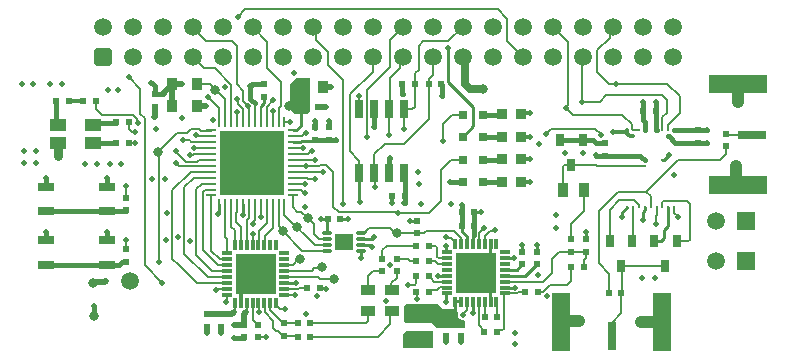
<source format=gtl>
G04*
G04 #@! TF.GenerationSoftware,Altium Limited,Altium Designer,21.2.2 (38)*
G04*
G04 Layer_Physical_Order=1*
G04 Layer_Color=255*
%FSLAX44Y44*%
%MOMM*%
G71*
G04*
G04 #@! TF.SameCoordinates,E197076A-8C22-4D41-9B62-958370782F32*
G04*
G04*
G04 #@! TF.FilePolarity,Positive*
G04*
G01*
G75*
%ADD12C,0.2540*%
%ADD18R,0.6000X0.5000*%
%ADD19C,0.2000*%
%ADD20R,0.6500X1.1000*%
%ADD21R,0.8500X0.9500*%
%ADD22R,0.8000X0.8000*%
%ADD23R,0.6500X1.5250*%
%ADD24R,1.2500X0.9000*%
%ADD25R,0.9000X1.2500*%
%ADD26R,0.8500X1.0500*%
G04:AMPARAMS|DCode=27|XSize=0.86mm|YSize=0.26mm|CornerRadius=0.0325mm|HoleSize=0mm|Usage=FLASHONLY|Rotation=180.000|XOffset=0mm|YOffset=0mm|HoleType=Round|Shape=RoundedRectangle|*
%AMROUNDEDRECTD27*
21,1,0.8600,0.1950,0,0,180.0*
21,1,0.7950,0.2600,0,0,180.0*
1,1,0.0650,-0.3975,0.0975*
1,1,0.0650,0.3975,0.0975*
1,1,0.0650,0.3975,-0.0975*
1,1,0.0650,-0.3975,-0.0975*
%
%ADD27ROUNDEDRECTD27*%
G04:AMPARAMS|DCode=28|XSize=0.86mm|YSize=0.26mm|CornerRadius=0.0325mm|HoleSize=0mm|Usage=FLASHONLY|Rotation=90.000|XOffset=0mm|YOffset=0mm|HoleType=Round|Shape=RoundedRectangle|*
%AMROUNDEDRECTD28*
21,1,0.8600,0.1950,0,0,90.0*
21,1,0.7950,0.2600,0,0,90.0*
1,1,0.0650,0.0975,0.3975*
1,1,0.0650,0.0975,-0.3975*
1,1,0.0650,-0.0975,-0.3975*
1,1,0.0650,-0.0975,0.3975*
%
%ADD28ROUNDEDRECTD28*%
%ADD29R,5.5000X5.5000*%
%ADD30R,0.8500X0.2500*%
%ADD31R,0.2500X0.8500*%
%ADD32R,0.9000X1.0000*%
%ADD33R,1.4000X1.1000*%
%ADD34R,0.5000X0.6000*%
%ADD35R,1.4500X0.7000*%
G04:AMPARAMS|DCode=36|XSize=0.84mm|YSize=0.27mm|CornerRadius=0.0675mm|HoleSize=0mm|Usage=FLASHONLY|Rotation=0.000|XOffset=0mm|YOffset=0mm|HoleType=Round|Shape=RoundedRectangle|*
%AMROUNDEDRECTD36*
21,1,0.8400,0.1350,0,0,0.0*
21,1,0.7050,0.2700,0,0,0.0*
1,1,0.1350,0.3525,-0.0675*
1,1,0.1350,-0.3525,-0.0675*
1,1,0.1350,-0.3525,0.0675*
1,1,0.1350,0.3525,0.0675*
%
%ADD36ROUNDEDRECTD36*%
%ADD37R,0.7000X2.3500*%
%ADD38R,1.6000X4.9000*%
%ADD39R,4.9000X1.6000*%
%ADD40R,2.3500X0.7000*%
%ADD73R,3.4500X3.4500*%
%ADD74C,0.8000*%
%ADD75R,1.6250X1.4250*%
%ADD76C,0.5080*%
%ADD77C,0.7620*%
%ADD78C,0.3810*%
%ADD79C,0.1847*%
%ADD80C,0.2032*%
%ADD81C,0.3048*%
%ADD82C,1.2700*%
%ADD83C,1.0160*%
%ADD84C,0.6350*%
%ADD85C,0.3000*%
%ADD86C,1.5000*%
%ADD87R,1.5000X1.5000*%
G04:AMPARAMS|DCode=88|XSize=1.5mm|YSize=1.5mm|CornerRadius=0.225mm|HoleSize=0mm|Usage=FLASHONLY|Rotation=0.000|XOffset=0mm|YOffset=0mm|HoleType=Round|Shape=RoundedRectangle|*
%AMROUNDEDRECTD88*
21,1,1.5000,1.0500,0,0,0.0*
21,1,1.0500,1.5000,0,0,0.0*
1,1,0.4500,0.5250,-0.5250*
1,1,0.4500,-0.5250,-0.5250*
1,1,0.4500,-0.5250,0.5250*
1,1,0.4500,0.5250,0.5250*
%
%ADD88ROUNDEDRECTD88*%
%ADD89C,0.5000*%
G36*
X363500Y20000D02*
X363500Y6117D01*
X338882D01*
X338500Y6500D01*
Y17500D01*
X341000Y20000D01*
X363500Y20000D01*
D02*
G37*
G36*
X372202Y38645D02*
X382355D01*
X385000Y36000D01*
Y35897D01*
X384640Y35029D01*
Y33239D01*
X385326Y31585D01*
X386591Y30319D01*
X388245Y29634D01*
X389993D01*
X390276Y29426D01*
X391000Y28802D01*
X391000Y23500D01*
X390500Y23000D01*
X367000D01*
X363000Y27000D01*
X341000Y27000D01*
X339000Y29000D01*
X339000Y41471D01*
X340529Y43000D01*
X367847Y43000D01*
X372202Y38645D01*
D02*
G37*
G36*
X260000Y206500D02*
X257500Y204000D01*
X246514Y204000D01*
X244106Y206386D01*
X242500Y207992D01*
Y228490D01*
X243892Y229881D01*
X247973Y234000D01*
X260000Y234000D01*
X260000Y206500D01*
D02*
G37*
D12*
X559704Y105477D02*
X563000Y108773D01*
X557140Y96000D02*
X559704Y98564D01*
Y105477D01*
X550900Y96000D02*
X557140D01*
X563000Y108773D02*
Y125000D01*
X559500Y165000D02*
X564000Y169500D01*
X558000Y165000D02*
X559500D01*
X423876Y57030D02*
X423901Y57005D01*
X433092D01*
X433096Y57009D01*
X275294Y182250D02*
X275501Y182043D01*
X275604Y182146D01*
X392271Y93484D02*
Y100229D01*
X400000Y69500D02*
X412446Y81946D01*
X400000Y69500D02*
X412446Y57054D01*
X375197Y87026D02*
X376124D01*
X375362Y51974D02*
X376124D01*
X397470Y35275D02*
Y45598D01*
X397483Y45611D01*
X397360Y35165D02*
X397470Y35275D01*
X262675Y181424D02*
X263501Y182250D01*
X251503Y180020D02*
X252907Y181424D01*
X262675D01*
X245020Y180020D02*
X251503D01*
X202990Y118731D02*
Y127875D01*
X202932Y127933D02*
X202990Y127875D01*
X182980Y127980D02*
X183000Y128000D01*
X182111Y119089D02*
Y119755D01*
X182980Y120624D02*
Y127980D01*
X182111Y119755D02*
X182980Y120624D01*
X388244Y104256D02*
Y108950D01*
X220545Y213457D02*
Y218543D01*
X220751Y218749D01*
X309972Y92920D02*
X311665Y91227D01*
X302780Y92920D02*
X309972D01*
X311665Y91227D02*
X312331D01*
X218000Y210500D02*
Y210912D01*
X220545Y213457D01*
X269107Y115037D02*
X274712D01*
X269069Y115074D02*
X269107Y115037D01*
X274712D02*
X274750Y114999D01*
X375108Y51720D02*
X375362Y51974D01*
X375108Y44608D02*
Y51720D01*
X251250Y210500D02*
X252000Y211250D01*
X255249Y210500D02*
X255750Y209999D01*
X251250Y210500D02*
X255249D01*
X251750Y193790D02*
Y210000D01*
X251250Y210500D02*
X251750Y210000D01*
X242000Y210500D02*
X251250D01*
X252000Y225250D02*
X252750Y226000D01*
X253000D01*
X253500Y226500D01*
X374944Y87280D02*
Y92016D01*
Y87280D02*
X375197Y87026D01*
X392271Y93484D02*
X392380Y93376D01*
X388244Y104256D02*
X392271Y100229D01*
X275537Y197911D02*
X275573Y197948D01*
X270500Y226500D02*
X271000Y227000D01*
X313442Y99500D02*
X314000D01*
X305592Y98000D02*
X305630Y98038D01*
X302700Y98000D02*
X305592D01*
X311980Y98038D02*
X313442Y99500D01*
X305630Y98038D02*
X311980D01*
X302700Y93000D02*
X302780Y92920D01*
X252000Y211250D02*
Y225250D01*
X245000Y190000D02*
X247960D01*
X251750Y193790D01*
X275501Y192749D02*
X275537Y192786D01*
X281633Y182146D02*
X281737Y182043D01*
X164000Y210500D02*
X164000Y210500D01*
X376519Y230979D02*
Y259481D01*
Y230979D02*
X397749Y209749D01*
Y193500D02*
Y209749D01*
X389000Y184750D02*
X397749Y193500D01*
X376500Y259500D02*
X376519Y259481D01*
X349954Y113703D02*
X350001Y113749D01*
X344500Y113656D02*
X344547Y113703D01*
X349954D01*
X343500Y33000D02*
X357000D01*
X357500Y33500D01*
X374999Y26750D02*
X375499D01*
X387527Y45597D02*
X387554Y45624D01*
X375499Y26750D02*
X382474Y33725D01*
Y45624D01*
X195500Y25500D02*
X195751Y25249D01*
X302920Y88000D02*
X303000Y87920D01*
Y82000D02*
Y87920D01*
X302700Y88000D02*
X302920D01*
X245000Y180000D02*
X245020Y180020D01*
X541894Y114394D02*
Y121302D01*
X543000Y122408D02*
Y125000D01*
X541500Y114000D02*
X541894Y114394D01*
Y121302D02*
X543000Y122408D01*
X493000Y103927D02*
X493180Y104108D01*
X493000Y97751D02*
Y103927D01*
X492999Y97750D02*
X493000Y97751D01*
X523500Y117000D02*
Y120500D01*
X528000Y125000D01*
X431446Y81946D02*
X431750Y82250D01*
X432517D01*
X432517Y82250D01*
X423876Y81946D02*
X431446D01*
X374499Y26750D02*
X374999D01*
X375499D02*
X387499D01*
X357500Y33500D02*
Y40204D01*
X376084Y67000D02*
X376124Y66960D01*
X368000Y67000D02*
X376084D01*
X357500Y33500D02*
X360000Y31000D01*
X370250D01*
X374499Y26750D01*
X382474Y45624D02*
X387554D01*
X398744Y120949D02*
X403993D01*
X398744Y120950D02*
X398744Y120949D01*
X412446Y45624D02*
Y57054D01*
Y81946D02*
Y93376D01*
X451451Y92756D02*
X451475Y92731D01*
Y87525D02*
X451500Y87500D01*
X451475Y87525D02*
Y92731D01*
X439500Y87500D02*
X439501Y87501D01*
Y92750D01*
X388244Y120950D02*
X388253Y120959D01*
Y127161D02*
X388262Y127170D01*
X397460Y93376D02*
X397714Y93630D01*
Y99840D01*
X398744Y100870D01*
X285250Y115000D02*
X291403D01*
X291502Y115099D01*
X285249Y114999D02*
X285250Y115000D01*
X274295Y103000D02*
X274375Y103080D01*
Y114625D01*
X274000Y103000D02*
X274295D01*
X237376Y60880D02*
X247380D01*
X204000Y25250D02*
X204001Y25249D01*
X441709Y66960D02*
X450999Y76251D01*
X423876Y66960D02*
X441709D01*
X434789Y72040D02*
X439499Y76751D01*
X439999D01*
X423876Y72040D02*
X434789D01*
D18*
X127999Y210251D02*
D03*
Y220750D02*
D03*
X387499Y16251D02*
D03*
Y26750D02*
D03*
X374999Y16251D02*
D03*
Y26750D02*
D03*
X350001Y113749D02*
D03*
Y103250D02*
D03*
X509501Y179249D02*
D03*
Y168750D02*
D03*
X588001Y190249D02*
D03*
Y179750D02*
D03*
X439500Y77000D02*
D03*
Y87500D02*
D03*
X451500Y77000D02*
D03*
Y87500D02*
D03*
X492999Y87251D02*
D03*
Y97750D02*
D03*
X332999Y70751D02*
D03*
Y81250D02*
D03*
X320999Y70751D02*
D03*
Y81250D02*
D03*
X480499Y87251D02*
D03*
Y97750D02*
D03*
X237499Y16251D02*
D03*
Y26750D02*
D03*
X172499Y23751D02*
D03*
Y34250D02*
D03*
X184499Y23751D02*
D03*
Y34250D02*
D03*
X204001Y25249D02*
D03*
Y14750D02*
D03*
X263501Y192749D02*
D03*
Y182250D02*
D03*
X275501Y192749D02*
D03*
Y182250D02*
D03*
X103999Y132750D02*
D03*
Y122251D02*
D03*
X611999Y187250D02*
D03*
Y176751D02*
D03*
X103999Y89250D02*
D03*
Y78751D02*
D03*
X216001Y14750D02*
D03*
Y25249D02*
D03*
X220751Y218750D02*
D03*
Y229249D02*
D03*
D19*
X568000Y125000D02*
D03*
X563000D02*
D03*
X558000D02*
D03*
X553000D02*
D03*
X548000D02*
D03*
X543000D02*
D03*
X538000D02*
D03*
X533000D02*
D03*
X528000D02*
D03*
X543000Y160000D02*
D03*
X558000Y165000D02*
D03*
X543000D02*
D03*
X563000Y185000D02*
D03*
X533000D02*
D03*
X568000Y190000D02*
D03*
X563000D02*
D03*
X558000D02*
D03*
X553000D02*
D03*
X543000D02*
D03*
X538000D02*
D03*
X533000D02*
D03*
X528000D02*
D03*
D20*
X570100Y96000D02*
D03*
X550900D02*
D03*
X560500Y75000D02*
D03*
X532600Y96000D02*
D03*
X513400D02*
D03*
X523000Y75000D02*
D03*
X490599Y181501D02*
D03*
X471399D02*
D03*
X480999Y160501D02*
D03*
D21*
X422249Y146749D02*
D03*
X438249D02*
D03*
X422249Y184749D02*
D03*
X438249D02*
D03*
X422249Y165749D02*
D03*
X438249D02*
D03*
X422249Y203749D02*
D03*
X438249D02*
D03*
D22*
X389000Y164750D02*
D03*
X406500D02*
D03*
X389000Y146250D02*
D03*
X406500D02*
D03*
X389000Y184750D02*
D03*
X406500D02*
D03*
X389000Y203250D02*
D03*
X406500D02*
D03*
D23*
X339550Y208120D02*
D03*
X326850D02*
D03*
X314150D02*
D03*
X301450D02*
D03*
Y153880D02*
D03*
X314150D02*
D03*
X326850D02*
D03*
X339550D02*
D03*
D24*
X357500Y15500D02*
D03*
Y33500D02*
D03*
X329000Y37000D02*
D03*
Y55000D02*
D03*
X309000Y37000D02*
D03*
Y55000D02*
D03*
D25*
X491500Y139500D02*
D03*
X473500D02*
D03*
D26*
X253500Y226500D02*
D03*
X270500D02*
D03*
D27*
X189150Y51000D02*
D03*
Y56000D02*
D03*
Y61000D02*
D03*
Y66000D02*
D03*
Y71000D02*
D03*
Y76000D02*
D03*
Y81000D02*
D03*
Y86000D02*
D03*
X237850D02*
D03*
Y81000D02*
D03*
Y76000D02*
D03*
Y71000D02*
D03*
Y66000D02*
D03*
Y61000D02*
D03*
Y56000D02*
D03*
Y51000D02*
D03*
X375650Y52000D02*
D03*
Y57000D02*
D03*
Y62000D02*
D03*
Y67000D02*
D03*
Y72000D02*
D03*
Y77000D02*
D03*
Y82000D02*
D03*
Y87000D02*
D03*
X424350D02*
D03*
Y82000D02*
D03*
Y77000D02*
D03*
Y72000D02*
D03*
Y67000D02*
D03*
Y62000D02*
D03*
Y57000D02*
D03*
Y52000D02*
D03*
D28*
X196000Y92850D02*
D03*
X201000D02*
D03*
X206000D02*
D03*
X211000D02*
D03*
X216000D02*
D03*
X221000D02*
D03*
X226000D02*
D03*
X231000D02*
D03*
X196000Y44150D02*
D03*
X201000D02*
D03*
X206000D02*
D03*
X211000D02*
D03*
X216000D02*
D03*
X221000D02*
D03*
X226000D02*
D03*
X231000D02*
D03*
X382500Y93850D02*
D03*
X387500D02*
D03*
X392500D02*
D03*
X397500D02*
D03*
X402500D02*
D03*
X407500D02*
D03*
X412500D02*
D03*
X417500D02*
D03*
X382500Y45150D02*
D03*
X387500D02*
D03*
X392500D02*
D03*
X397500D02*
D03*
X402500D02*
D03*
X407500D02*
D03*
X412500D02*
D03*
X417500D02*
D03*
D29*
X210500Y162500D02*
D03*
D30*
X176000Y135000D02*
D03*
Y140000D02*
D03*
Y145000D02*
D03*
Y150000D02*
D03*
Y155000D02*
D03*
Y160000D02*
D03*
Y165000D02*
D03*
Y170000D02*
D03*
Y175000D02*
D03*
Y180000D02*
D03*
Y185000D02*
D03*
Y190000D02*
D03*
X245000D02*
D03*
Y185000D02*
D03*
Y180000D02*
D03*
Y175000D02*
D03*
Y170000D02*
D03*
Y165000D02*
D03*
Y160000D02*
D03*
Y155000D02*
D03*
Y150000D02*
D03*
Y145000D02*
D03*
Y140000D02*
D03*
Y135000D02*
D03*
D31*
X183000Y197000D02*
D03*
X188000D02*
D03*
X193000D02*
D03*
X198000D02*
D03*
X203000D02*
D03*
X208000D02*
D03*
X213000D02*
D03*
X218000D02*
D03*
X223000D02*
D03*
X228000D02*
D03*
X233000D02*
D03*
X238000D02*
D03*
Y128000D02*
D03*
X233000D02*
D03*
X228000D02*
D03*
X223000D02*
D03*
X218000D02*
D03*
X213000D02*
D03*
X208000D02*
D03*
X203000D02*
D03*
X198000D02*
D03*
X193000D02*
D03*
X188000D02*
D03*
X183000D02*
D03*
D32*
X143000Y229500D02*
D03*
Y210500D02*
D03*
X164000D02*
D03*
Y229500D02*
D03*
D33*
X46000Y195000D02*
D03*
Y179000D02*
D03*
X76000Y195000D02*
D03*
Y179000D02*
D03*
D34*
X349751Y66501D02*
D03*
X360250D02*
D03*
X349751Y53501D02*
D03*
X360250D02*
D03*
X388244Y120950D02*
D03*
X398744D02*
D03*
X388244Y108950D02*
D03*
X398744D02*
D03*
X552249Y206499D02*
D03*
X541750D02*
D03*
X257251Y56501D02*
D03*
X267750D02*
D03*
X491249Y73999D02*
D03*
X480750D02*
D03*
X417749Y19499D02*
D03*
X407250D02*
D03*
X407751Y32001D02*
D03*
X418250D02*
D03*
X285249Y114999D02*
D03*
X274750D02*
D03*
X339749Y134499D02*
D03*
X329250D02*
D03*
X266249Y209999D02*
D03*
X255750D02*
D03*
X512750Y51999D02*
D03*
X523249D02*
D03*
X349750Y79499D02*
D03*
X360249D02*
D03*
X349750Y91999D02*
D03*
X360249D02*
D03*
X249500Y15500D02*
D03*
X260000D02*
D03*
X441750Y52999D02*
D03*
X452249D02*
D03*
X249419Y27267D02*
D03*
X259919D02*
D03*
X360250Y228999D02*
D03*
X370749D02*
D03*
X337750D02*
D03*
X348249D02*
D03*
X106250Y179001D02*
D03*
X95751D02*
D03*
X106250Y197001D02*
D03*
X95751D02*
D03*
X78250Y215001D02*
D03*
X67751D02*
D03*
X55250D02*
D03*
X44751D02*
D03*
D35*
X88000Y76500D02*
D03*
Y97000D02*
D03*
X36500Y76500D02*
D03*
Y97000D02*
D03*
X88000Y122000D02*
D03*
Y142500D02*
D03*
X36500Y122000D02*
D03*
Y142500D02*
D03*
D36*
X274000Y103000D02*
D03*
Y98000D02*
D03*
Y93000D02*
D03*
Y88000D02*
D03*
X302700D02*
D03*
Y93000D02*
D03*
Y98000D02*
D03*
Y103000D02*
D03*
D37*
X515000Y16000D02*
D03*
D38*
X557500Y28250D02*
D03*
X472500D02*
D03*
D39*
X621750Y144000D02*
D03*
Y229000D02*
D03*
D40*
X634000Y186500D02*
D03*
D73*
X213500Y68500D02*
D03*
X400000Y69500D02*
D03*
D74*
X76250Y61250D02*
D03*
X406500Y225000D02*
D03*
X242000Y210500D02*
D03*
X179000Y224500D02*
D03*
X76500Y32500D02*
D03*
X131314Y172000D02*
D03*
X258000Y115500D02*
D03*
X248500Y108000D02*
D03*
X236500Y104500D02*
D03*
X333499Y103001D02*
D03*
X280000Y64000D02*
D03*
X269500Y74500D02*
D03*
X251000Y81000D02*
D03*
D75*
X288350Y95500D02*
D03*
D76*
X85311Y61311D02*
X86500Y62500D01*
X76311Y61311D02*
X85311D01*
X76250Y61250D02*
X76311Y61311D01*
X45898Y178898D02*
X46000Y179000D01*
X134750Y220750D02*
X143000Y229000D01*
Y210500D02*
Y229000D01*
Y229500D02*
X143250Y229750D01*
X151000D01*
X128000Y201631D02*
Y209182D01*
X127858Y201490D02*
X128000Y201631D01*
X557250Y28000D02*
X557500Y28250D01*
X266249Y210004D02*
X266289Y210044D01*
X266249Y209999D02*
Y210004D01*
X266289Y210044D02*
X272855D01*
X271000Y227000D02*
X277000D01*
X387500Y11000D02*
Y16250D01*
X387499Y16251D02*
X387500Y16250D01*
X374999Y16251D02*
X375000Y16250D01*
Y11000D02*
Y16250D01*
X193698Y34250D02*
X195500Y36052D01*
X184499Y34250D02*
X193698D01*
X172499D02*
X184499D01*
X204000Y25250D02*
Y34540D01*
X205460Y36000D01*
X620500Y145250D02*
X621750Y144000D01*
X164000Y210500D02*
X171500D01*
X284650Y99200D02*
X288350Y95500D01*
X172499Y18501D02*
Y23751D01*
X195751Y25249D02*
X204001D01*
X184499Y18501D02*
Y23751D01*
X621500Y213000D02*
Y214000D01*
X621750Y214250D01*
D77*
X45898Y168172D02*
Y178898D01*
D78*
X127999Y220750D02*
X134750D01*
X143000Y229000D02*
Y229500D01*
X125651Y229849D02*
X127999Y227501D01*
X125151Y229849D02*
X125651D01*
X125000Y230000D02*
X125151Y229849D01*
X127999Y220750D02*
Y227501D01*
X499579Y181501D02*
X502080Y179000D01*
X502500D01*
X501500D02*
X502080D01*
X263500Y192298D02*
Y198000D01*
X509466Y168750D02*
X539250D01*
X543000Y165000D01*
X568750Y179750D02*
X588001D01*
X587751Y190000D02*
X588001Y190249D01*
X388244Y108950D02*
Y120950D01*
X398332Y108539D02*
X398744Y108950D01*
X398332Y101282D02*
Y108539D01*
X398744Y108950D02*
Y120950D01*
X326850Y153880D02*
Y166350D01*
X314105Y208075D02*
X314150Y208120D01*
X327000Y166500D02*
Y167000D01*
X326850Y166350D02*
X327000Y166500D01*
X314060Y192951D02*
X314105Y192996D01*
Y208075D01*
X36500Y97000D02*
Y104000D01*
Y76500D02*
X88000D01*
X88000Y76500D01*
Y97000D02*
Y103500D01*
X371000Y219237D02*
Y228749D01*
X370749Y228999D02*
X371000Y228749D01*
X209178Y216941D02*
X213000Y213119D01*
X275537Y192786D02*
Y197911D01*
X209440Y227878D02*
X210811Y229249D01*
X220738D01*
X44751Y196249D02*
X46000Y195000D01*
X44751Y196249D02*
Y215001D01*
X76000Y195000D02*
X77000Y196000D01*
X95156D02*
X95751Y196595D01*
X77000Y196000D02*
X95156D01*
X95751Y196595D02*
Y197001D01*
X76000Y179000D02*
X95750D01*
X76000Y179000D02*
X76000Y179000D01*
X95750D02*
X95751Y179001D01*
X209226Y227878D02*
X209440D01*
X209226Y216989D02*
Y227878D01*
X209178Y216941D02*
X209226Y216989D01*
X275604Y182146D02*
X281633D01*
X339650Y134599D02*
Y153780D01*
Y134599D02*
X339749Y134499D01*
X339550Y153880D02*
X339650Y153780D01*
X339749Y134499D02*
X340000Y134249D01*
X88000Y76500D02*
X98200D01*
X100450Y78751D01*
X103999D01*
X337750Y228999D02*
X337875Y228874D01*
Y220710D02*
Y228874D01*
Y220710D02*
X338000Y220585D01*
X378500Y146000D02*
X378750Y146250D01*
X389000D01*
X502749Y179249D02*
X509501D01*
X502500Y179000D02*
X502749Y179249D01*
X340000Y129000D02*
Y134249D01*
X339500Y128500D02*
X340000Y129000D01*
X263707Y182250D02*
X275294D01*
X77000Y33000D02*
Y41500D01*
X76500Y32500D02*
X77000Y33000D01*
X85500Y122000D02*
X103749D01*
X88000Y142500D02*
Y150000D01*
X36500Y122000D02*
X88000D01*
X88000Y122000D01*
X36500Y142500D02*
Y150000D01*
X195500Y14500D02*
X203751D01*
X204001Y14750D01*
X490599Y181501D02*
X499579D01*
X471399D02*
X490599D01*
X406749Y203500D02*
X422000D01*
X406500Y203250D02*
X406749Y203500D01*
X422000D02*
X422249Y203749D01*
X422249Y184750D02*
X422249Y184749D01*
X406500Y184750D02*
X406500Y184750D01*
X422249D01*
X422000Y146500D02*
X422249Y146749D01*
X406500Y146250D02*
X406749Y146500D01*
X422000D01*
X421750Y165250D02*
X422249Y165749D01*
X406500Y164750D02*
X407000Y165250D01*
X421750D01*
X501500Y169000D02*
X501750Y168750D01*
X509501D01*
X552271Y213781D02*
X552292Y213803D01*
X552249Y206499D02*
X552271Y206521D01*
Y213781D01*
X552249Y190751D02*
Y206499D01*
X541750D02*
Y213723D01*
X541855Y213829D01*
X541750Y198750D02*
Y206499D01*
X552249Y190751D02*
X553000Y190000D01*
X541750Y198750D02*
X543000Y197500D01*
Y190000D02*
Y197500D01*
X595500Y179500D02*
X596000D01*
X588001Y179750D02*
X595250D01*
X595500Y179500D01*
X595749Y190249D02*
X596000Y190500D01*
X588001Y190249D02*
X595749D01*
X563500Y185000D02*
X568750Y179750D01*
X563000Y185000D02*
X563500D01*
X568000Y190000D02*
X587751D01*
X388253Y120959D02*
Y127161D01*
X172499Y34250D02*
X172499Y34250D01*
X103749Y122000D02*
X103999Y122251D01*
D79*
X481251Y160753D02*
X501747D01*
X502248Y160252D01*
X542095D01*
X542318Y160029D02*
X542971D01*
X474977Y160501D02*
X480999D01*
X481251Y160753D01*
X542095Y160252D02*
X542318Y160029D01*
X542971D02*
X543000Y160000D01*
X473625Y139625D02*
Y159149D01*
X474977Y160501D01*
X473500Y139500D02*
X473625Y139625D01*
X423949Y61953D02*
X456952D01*
X423876Y51974D02*
X435052D01*
X436077Y52999D02*
X441750D01*
X456952Y61953D02*
X464500Y69500D01*
X435052Y51974D02*
X436077Y52999D01*
X360345Y91904D02*
X366148D01*
X367500Y83022D02*
Y90551D01*
X366148Y91904D02*
X367500Y90551D01*
X360249Y91999D02*
X360345Y91904D01*
X367500Y83022D02*
X368529Y81993D01*
X375643D02*
X375650Y82000D01*
X368529Y81993D02*
X375643D01*
X365501Y79499D02*
X367880Y77120D01*
X376124D01*
X360249Y79499D02*
X365501D01*
X260000Y15500D02*
X316927D01*
X327500Y26073D01*
Y35500D01*
X329000Y37000D01*
X259919Y27267D02*
X307267D01*
X309000Y29000D02*
Y37000D01*
X307267Y27267D02*
X309000Y29000D01*
X612750Y186500D02*
X637500D01*
X611999Y187250D02*
X612750Y186500D01*
X544500Y138000D02*
Y138000D01*
X571500Y165000D02*
X607000D01*
X544500Y138000D02*
X571500Y165000D01*
X544500Y138000D02*
X548000Y134500D01*
X520000Y138000D02*
X544500D01*
X548000Y125000D02*
Y134500D01*
X607000Y165000D02*
X611999Y169999D01*
Y176751D01*
X504000Y122000D02*
X520000Y138000D01*
X504000Y77500D02*
Y122000D01*
Y77500D02*
X512750Y68750D01*
Y51999D02*
Y68750D01*
X523000Y75000D02*
X560500D01*
X523000D02*
X523500Y74500D01*
Y52250D02*
Y74500D01*
X515000Y27000D02*
X523249Y35249D01*
Y51999D01*
X515000Y10000D02*
Y27000D01*
X523249Y51999D02*
X523500Y52250D01*
X361827Y64774D02*
X364721Y61880D01*
X360250Y67001D02*
X361827Y65424D01*
Y64774D02*
Y65424D01*
X364721Y61880D02*
X376124D01*
X402685Y93906D02*
Y103057D01*
X407000Y107372D01*
X402685Y93906D02*
X402877Y93714D01*
X407000Y107372D02*
Y107500D01*
X349675Y60852D02*
Y66425D01*
X342500Y59500D02*
X348323D01*
X349675Y60852D01*
Y66425D02*
X349751Y66501D01*
X360250Y54501D02*
X367001D01*
X369554Y57054D02*
X376124D01*
X367001Y54501D02*
X369554Y57054D01*
X407877Y100800D02*
X411973Y104897D01*
X407877Y97227D02*
Y100800D01*
X411973Y104897D02*
X415397D01*
X416000Y105500D01*
X407620Y96970D02*
X407877Y97227D01*
X350000Y47500D02*
Y53251D01*
X349751Y53501D02*
X350000Y53251D01*
X344500Y79499D02*
X349750D01*
X342749Y81250D02*
X344500Y79499D01*
X332999Y81250D02*
X342749D01*
X328500Y61000D02*
X332999Y65499D01*
Y70751D01*
X328500Y55500D02*
Y61000D01*
Y55500D02*
X329000Y55000D01*
X320999Y81250D02*
Y88499D01*
X324499Y91999D01*
X349750D01*
X312751Y70751D02*
X320999D01*
X309000Y55000D02*
Y67000D01*
X312751Y70751D01*
X491500Y122000D02*
Y139500D01*
X480499Y110999D02*
X491500Y122000D01*
X480499Y97750D02*
Y110999D01*
X237499Y26750D02*
X248903D01*
X249419Y27267D01*
X235423Y28327D02*
X236999Y26750D01*
X235423Y28327D02*
Y28577D01*
X225946Y38054D02*
X235423Y28577D01*
X236999Y26750D02*
X237499D01*
X225946Y38054D02*
Y44624D01*
X237499Y16251D02*
X248749D01*
X236999D02*
X237499D01*
X248749D02*
X249500Y15500D01*
X232709Y20541D02*
X236999Y16251D01*
X230459Y20541D02*
X232709D01*
X228500Y22500D02*
X230459Y20541D01*
X228500Y22500D02*
Y28500D01*
X221120Y35880D02*
Y44624D01*
Y35880D02*
X228500Y28500D01*
X457090Y53590D02*
X463000Y59500D01*
X452840Y53590D02*
X457090D01*
X452249Y52999D02*
X452840Y53590D01*
X463000Y59500D02*
X477500D01*
X480750Y62750D01*
Y73999D01*
X492999Y87251D02*
X493000Y87250D01*
Y82000D02*
Y87250D01*
X491249Y80249D02*
X493000Y82000D01*
X491249Y73999D02*
Y80249D01*
X464500Y69500D02*
Y81000D01*
X470751Y87251D02*
X480499D01*
X464500Y81000D02*
X470751Y87251D01*
X480499D02*
X492577D01*
X492999D01*
X402303Y24946D02*
X407250Y19999D01*
X402303Y24946D02*
Y36014D01*
X402540Y36251D01*
X402500Y45150D02*
X402540Y45110D01*
Y36251D02*
Y45110D01*
X407250Y19499D02*
Y19999D01*
X407435Y45439D02*
X407620Y45624D01*
X407435Y32185D02*
Y45439D01*
X407251Y32001D02*
X407435Y32185D01*
X417638Y32113D02*
X417750Y32001D01*
X417526Y45624D02*
X417638Y45512D01*
Y32113D02*
Y45512D01*
X422524Y20831D02*
X423876Y22183D01*
X417749Y19499D02*
X419081Y20831D01*
X422524D01*
X423876Y22183D02*
Y51974D01*
X247159Y51028D02*
X247186Y51055D01*
X237850Y51000D02*
X237878Y51028D01*
X247159D01*
X418700Y292500D02*
X426500Y284700D01*
Y265500D02*
Y284700D01*
X198500Y286000D02*
X205000Y292500D01*
X418700D01*
X426500Y265500D02*
X439750Y252250D01*
X389140Y34987D02*
X392380Y38227D01*
Y45624D01*
X389140Y34134D02*
Y34987D01*
X211253Y112053D02*
X213000Y113800D01*
X211253Y111200D02*
Y112053D01*
X213000Y113800D02*
Y128000D01*
X217972Y127972D02*
X218000Y128000D01*
X217943Y117093D02*
X217972Y117122D01*
Y127972D01*
X228000Y197000D02*
X228021Y197021D01*
Y206294D02*
X228042Y206315D01*
X228021Y197021D02*
Y206294D01*
X378956Y99134D02*
X381573Y96517D01*
X382474Y93376D02*
Y95916D01*
X381573Y96517D02*
X381873D01*
X374417Y99661D02*
X374944Y99134D01*
X378956D01*
X381873Y96517D02*
X382474Y95916D01*
X88000Y103500D02*
X88000Y103500D01*
X88000Y103500D02*
Y104000D01*
X568000Y125000D02*
X568029Y124971D01*
Y120499D02*
Y124971D01*
X571300Y116483D02*
Y117228D01*
X568029Y120499D02*
X571300Y117228D01*
X306721Y104746D02*
X309354Y107378D01*
X306721Y104172D02*
Y104746D01*
X305550Y103000D02*
X306721Y104172D01*
X327457Y107378D02*
X331833Y103001D01*
X333499D01*
X350001Y103000D02*
X356250D01*
X302700Y103000D02*
X305550D01*
X309354Y107378D02*
X327457D01*
X333500Y103000D02*
X350001D01*
X236550Y248691D02*
Y252250D01*
X103999Y89250D02*
X104000Y89251D01*
X581000Y97352D02*
Y128000D01*
X570100Y96000D02*
X579648D01*
X581000Y97352D01*
X88000Y150000D02*
X88000Y150000D01*
X558000Y129148D02*
X559352Y130500D01*
X558000Y125000D02*
Y129148D01*
X559352Y130500D02*
X578500D01*
X581000Y128000D01*
X552500Y110500D02*
Y118115D01*
X553000Y118615D02*
Y125000D01*
X552500Y118115D02*
X553000Y118615D01*
X532600Y96000D02*
X533000Y96400D01*
Y125000D01*
X513400Y122900D02*
X521500Y131000D01*
X513400Y96000D02*
Y122900D01*
X521500Y131000D02*
X534000D01*
X537971Y125029D02*
Y127029D01*
Y125029D02*
X538000Y125000D01*
X534000Y131000D02*
X537971Y127029D01*
X333499Y103001D02*
X333500Y103000D01*
X189165Y55595D02*
X189624Y56054D01*
X180000Y55136D02*
X180459Y55595D01*
X189165D01*
X249613Y65960D02*
X266460D01*
X245428Y55999D02*
X249571D01*
X245387Y65960D02*
X245428Y66001D01*
X245373Y56054D02*
X245428Y55999D01*
X249627Y56054D02*
X249804D01*
X237376Y65960D02*
X245387D01*
X249571Y55999D02*
X249627Y56054D01*
X245428Y66001D02*
X249571D01*
X237376Y56054D02*
X245373D01*
X249571Y66001D02*
X249613Y65960D01*
X210960Y43608D02*
Y44624D01*
X103999Y142499D02*
X104000Y142500D01*
Y143000D01*
X237376Y76120D02*
X245000D01*
X249880Y81000D01*
X251000D01*
X261040Y71040D02*
X263323Y73323D01*
X268323D02*
X269500Y74500D01*
X263323Y73323D02*
X268323D01*
X268420Y64000D02*
X280000D01*
X266460Y65960D02*
X268420Y64000D01*
X237376Y71040D02*
X261040D01*
D80*
X151850Y182093D02*
X152417Y181525D01*
X131314Y172000D02*
Y172064D01*
X172473Y189473D02*
X172766Y189766D01*
X167477Y189473D02*
X172473D01*
X175766Y189766D02*
X176000Y190000D01*
X159233Y180593D02*
X164815D01*
X152417Y181525D02*
X158301D01*
X131314Y172000D02*
X131538Y171777D01*
X163990Y186135D02*
X165125Y185000D01*
X146723Y187473D02*
X155598D01*
X131314Y172064D02*
X146723Y187473D01*
X159296Y191171D02*
X165780D01*
X165125Y185000D02*
X176000D01*
X155598Y187473D02*
X159296Y191171D01*
X172766Y189766D02*
X175766D01*
X131460Y79394D02*
Y150860D01*
X131538Y150938D01*
X165780Y191171D02*
X167477Y189473D01*
X163187Y186135D02*
X163990D01*
X131538Y150938D02*
Y171777D01*
X158301Y181525D02*
X159233Y180593D01*
X131460Y79394D02*
X131917Y78937D01*
X173593Y218333D02*
X183000Y208927D01*
Y197000D02*
Y208927D01*
X245000Y140000D02*
X251631D01*
X254462Y137169D01*
X245000Y145000D02*
X245046Y145046D01*
X255010D01*
X255349Y144707D01*
X360250Y199750D02*
Y227500D01*
X360000Y233500D02*
X363550Y237050D01*
X360000Y227750D02*
X360250Y227500D01*
X360000Y227750D02*
Y233500D01*
X363550Y237050D02*
Y252250D01*
X314150Y153880D02*
X314500Y153530D01*
Y142000D02*
Y153530D01*
X339167Y178668D02*
X360250Y199750D01*
X314150Y169650D02*
X323167Y178668D01*
X339167D01*
X314150Y153880D02*
Y169650D01*
X302000Y157000D02*
X303000Y158000D01*
X302000Y129500D02*
Y157000D01*
X301450Y130768D02*
X302000Y130218D01*
Y129500D02*
Y130218D01*
X301450Y130768D02*
Y164550D01*
X293571Y172429D02*
X301450Y164550D01*
X254462Y137169D02*
X255180D01*
X293571Y172429D02*
Y220571D01*
X312750Y239750D01*
Y252250D01*
X254156Y155000D02*
X254705Y154450D01*
X270607D01*
X326769Y185972D02*
Y207501D01*
X327617Y208348D02*
Y234617D01*
X326769Y207501D02*
X327617Y208348D01*
Y234617D02*
X336093Y243093D01*
Y250194D01*
X338150Y252250D01*
X245000Y155000D02*
X254156D01*
X351500Y261500D02*
X355500Y265500D01*
X376800D02*
X388950Y277650D01*
X355500Y265500D02*
X376800D01*
X348249Y228999D02*
Y238304D01*
X351500Y241555D01*
Y261500D01*
X339500Y191000D02*
Y208070D01*
X339550Y208120D01*
X346300Y208125D02*
X348249Y210074D01*
Y228999D01*
X339555Y208125D02*
X346300D01*
X339550Y208120D02*
X339555Y208125D01*
X245000Y150000D02*
X257613D01*
X258318Y149294D02*
X262992D01*
X257613Y150000D02*
X258318Y149294D01*
X262992D02*
X263500Y148787D01*
X210960Y92376D02*
Y102460D01*
X116000Y204000D02*
X119763Y200237D01*
X106500Y235000D02*
X116000Y225500D01*
Y204000D02*
Y225500D01*
X510350Y219700D02*
X557800D01*
X562000Y215500D01*
X505150Y214500D02*
X510350Y219700D01*
X146941Y162101D02*
X149042Y160000D01*
X176000D01*
X146138Y162101D02*
X146941D01*
X245000Y175000D02*
X245018Y175018D01*
X245000Y170000D02*
X257694D01*
X253982Y175018D02*
X254000Y175036D01*
X257694Y170000D02*
X260379Y172685D01*
X261182D01*
X245018Y175018D02*
X253982D01*
X256510Y159995D02*
X256515Y159990D01*
X263445Y165075D02*
X263520Y165151D01*
X245005Y159995D02*
X256510D01*
X245075Y165075D02*
X263445D01*
X245000Y165000D02*
X245075Y165075D01*
X245000Y160000D02*
X245005Y159995D01*
X267454Y160025D02*
X268142Y160713D01*
X256502Y160012D02*
X256515Y160025D01*
X268142Y160713D02*
X273367D01*
X256515Y160025D02*
X267454D01*
X273367Y160713D02*
X279500Y154580D01*
X205880Y104531D02*
Y113939D01*
X208026Y116085D01*
Y120817D01*
X208000Y120843D02*
X208026Y120817D01*
X208000Y120843D02*
Y128000D01*
X188000Y121573D02*
X188001Y121572D01*
Y117428D02*
Y121572D01*
X188000Y117427D02*
X188001Y117428D01*
X188000Y99500D02*
Y117427D01*
Y99500D02*
X189624Y97876D01*
X188000Y121573D02*
Y128000D01*
X163410Y140410D02*
X168000Y145000D01*
X163410Y84590D02*
X176960Y71040D01*
X153338Y85662D02*
X173040Y65960D01*
X153338Y85662D02*
Y141838D01*
X161500Y150000D01*
X163410Y84590D02*
Y140410D01*
X143202Y81298D02*
Y139202D01*
Y81298D02*
X148500Y76000D01*
X143202Y139202D02*
X159000Y155000D01*
X233078Y208785D02*
X235366Y211073D01*
X233078Y204228D02*
Y208785D01*
X233001Y197001D02*
Y204152D01*
X233078Y204228D01*
X222999Y209983D02*
X228635Y215620D01*
X222999Y197001D02*
Y209983D01*
X235366Y211073D02*
Y231134D01*
X233000Y197000D02*
X233001Y197001D01*
X222999Y197001D02*
X223000Y197000D01*
X223500Y243000D02*
X235366Y231134D01*
X213000Y197000D02*
Y213119D01*
X198565Y212217D02*
X202604Y208178D01*
X198565Y212217D02*
Y216055D01*
X197997Y216623D02*
X198565Y216055D01*
X192928Y197072D02*
Y228572D01*
X179000Y242500D02*
X192928Y228572D01*
X203306Y214620D02*
Y223694D01*
X207325Y210383D02*
Y210602D01*
X198000Y229000D02*
X203306Y223694D01*
Y214620D02*
X207325Y210602D01*
X192928Y197072D02*
X193000Y197000D01*
X197982Y197018D02*
Y205410D01*
Y197018D02*
X198000Y197000D01*
X197964Y205428D02*
X197982Y205410D01*
X202604Y208151D02*
X203000Y207755D01*
X202604Y208151D02*
Y208178D01*
X161766Y175234D02*
X175766D01*
X160279Y169476D02*
X160820Y170017D01*
X157839Y168909D02*
X158407Y169476D01*
X160279D01*
X175766Y175234D02*
X176000Y175000D01*
X161500Y175500D02*
X161766Y175234D01*
X160820Y170017D02*
X175983D01*
X146500Y171990D02*
Y172373D01*
Y171990D02*
X154776Y163714D01*
X478000Y211303D02*
Y264800D01*
X465150Y277650D02*
X478000Y264800D01*
X476500Y209803D02*
X478000Y211303D01*
X476500Y209000D02*
Y209803D01*
X513663Y275363D02*
X515950Y277650D01*
X503000Y258000D02*
X513663Y268663D01*
X503000Y239450D02*
Y258000D01*
X513663Y268663D02*
Y275363D01*
X387500Y93430D02*
Y99000D01*
Y93430D02*
X387554Y93376D01*
X358005Y104755D02*
X381745D01*
X387500Y99000D01*
X245000Y185000D02*
X245234Y185234D01*
X252500D02*
X254198Y186932D01*
X255949D01*
X245234Y185234D02*
X252500D01*
X255949Y186932D02*
X256517Y187500D01*
X223000Y119234D02*
Y128000D01*
X228000Y107500D02*
Y128000D01*
X223000Y119234D02*
X223003Y119231D01*
X221120Y100620D02*
X228000Y107500D01*
X223003Y115088D02*
Y119231D01*
X223000Y115085D02*
X223003Y115088D01*
X519000Y229500D02*
X562000D01*
X512950D02*
X519000D01*
X562000D02*
X572500Y219000D01*
X503000Y239450D02*
X512950Y229500D01*
X372500Y181000D02*
Y195500D01*
X380250Y203250D01*
X389000D01*
X301500Y218500D02*
Y219500D01*
X301450Y208120D02*
Y218450D01*
X301500Y218500D01*
X207325Y210383D02*
X207766Y209942D01*
Y197234D02*
Y209942D01*
X111080Y188920D02*
X111648Y188352D01*
X108580Y188920D02*
X111080D01*
X106250Y191250D02*
X108580Y188920D01*
X106250Y191250D02*
Y197001D01*
X113063Y197228D02*
Y199181D01*
Y197228D02*
X113590Y196701D01*
X154776Y163714D02*
X163999D01*
X165285Y165000D02*
X176000D01*
X163999Y163714D02*
X165285Y165000D01*
X175983Y170017D02*
X176000Y170000D01*
X218000Y197000D02*
Y210500D01*
X207766Y197234D02*
X208000Y197000D01*
X459625Y187125D02*
X463875Y191375D01*
X284077Y120923D02*
X334077D01*
X279500Y125500D02*
X284077Y120923D01*
X279500Y125500D02*
Y154580D01*
X275000Y245000D02*
Y256424D01*
X287500Y128000D02*
Y232500D01*
X275000Y245000D02*
X287500Y232500D01*
X164815Y180593D02*
X164971Y180437D01*
X169746D02*
X169856Y180327D01*
X175673D01*
X176000Y180000D01*
X164971Y180437D02*
X169746D01*
X223500Y243000D02*
Y265300D01*
X198000Y229000D02*
Y261500D01*
X194000Y265500D02*
X198000Y261500D01*
X258000Y115500D02*
X262958Y110542D01*
X252250Y121250D02*
X258000Y115500D01*
X262958Y102042D02*
X267000Y98000D01*
X262958Y102042D02*
Y110542D01*
X221120Y92376D02*
Y100620D01*
X159000Y155000D02*
X176000D01*
X248750Y121250D02*
X252250D01*
X238000Y118500D02*
X263500Y93000D01*
X274000D01*
X233000Y108972D02*
Y128000D01*
X236500Y104500D02*
Y105472D01*
X233000Y108972D02*
X236500Y105472D01*
X238000Y118500D02*
Y128000D01*
X236500Y104500D02*
X252984Y88016D01*
X253906D01*
X170314Y139673D02*
X175673D01*
X168827Y138186D02*
X170314Y139673D01*
X175673D02*
X176000Y140000D01*
X168827Y88673D02*
Y138186D01*
X148500Y76000D02*
X163601Y60899D01*
X148500Y76000D02*
Y76000D01*
X163601Y60899D02*
X189605D01*
X220751Y218749D02*
X220751Y218750D01*
X168000Y145000D02*
X176000D01*
X161500Y150000D02*
X176000D01*
X106251Y179000D02*
X111500D01*
X205460Y36000D02*
X205880Y36420D01*
Y44624D01*
X210960Y29790D02*
Y43608D01*
X307500Y184500D02*
Y224500D01*
X327000Y244000D01*
Y266500D01*
X338150Y277650D01*
X203000Y197000D02*
Y207755D01*
X264467Y266957D02*
X275000Y256424D01*
X463875Y191375D02*
X501125D01*
X238279Y197279D02*
X242888D01*
X238000Y197000D02*
X238279Y197279D01*
X287353Y127853D02*
X287500Y128000D01*
X223000Y111500D02*
Y115085D01*
X216040Y104540D02*
X223000Y111500D01*
X112763Y199482D02*
X113063Y199181D01*
X175000Y229500D02*
X188000Y216500D01*
X164000Y229500D02*
X175000D01*
X109462Y203423D02*
X112763Y200122D01*
Y199482D02*
Y200122D01*
X83134Y203423D02*
X109462D01*
X78250Y208307D02*
X83134Y203423D01*
X119763Y75737D02*
Y200237D01*
Y75737D02*
X134500Y61000D01*
X106250Y179001D02*
X106251Y179000D01*
X176960Y71040D02*
X189624D01*
X173040Y65960D02*
X189624D01*
X104000Y89251D02*
Y97000D01*
X160350Y276650D02*
X171500Y265500D01*
X160350Y276650D02*
Y277650D01*
X171500Y265500D02*
X194000D01*
X78250Y208307D02*
Y215001D01*
X378750Y164750D02*
X389000D01*
X562000Y205000D02*
Y215500D01*
X490000Y214500D02*
X505150D01*
X482500Y203000D02*
X524001D01*
X531923Y191118D02*
Y195077D01*
X524001Y203000D02*
X531923Y195077D01*
Y191118D02*
X533000Y190042D01*
Y190000D02*
Y190042D01*
X533029Y190029D02*
X533682D01*
X533694Y190042D02*
X537917D01*
X537958Y190000D02*
X538000D01*
X533000D02*
X533029Y190029D01*
X533682D02*
X533694Y190042D01*
X537917D02*
X537958Y190000D01*
X476500Y209000D02*
X482500Y203000D01*
X501125Y191375D02*
X505889Y186611D01*
Y186313D02*
Y186611D01*
X370500Y156500D02*
X378750Y164750D01*
X370500Y130500D02*
Y156500D01*
X360500Y120500D02*
X370500Y130500D01*
X334500Y120500D02*
X360500D01*
X334077Y120923D02*
X334500Y120500D01*
X202932Y127933D02*
X203000Y128000D01*
X168827Y88673D02*
X181380Y76120D01*
X189624D01*
X176000Y88000D02*
Y135000D01*
Y88000D02*
X183054Y80946D01*
X189624D01*
X234610Y38500D02*
X238500D01*
X231026Y42084D02*
Y44624D01*
Y42084D02*
X234610Y38500D01*
X172499Y18501D02*
X172500Y18500D01*
X253906Y88016D02*
X253922Y88000D01*
X274000D01*
X245000Y125000D02*
X248750Y121250D01*
X197124Y112376D02*
Y120256D01*
Y112376D02*
X201054Y108446D01*
X205880Y92376D02*
Y104531D01*
X197124Y120256D02*
X198000Y121131D01*
X205880Y104531D02*
X205880Y104531D01*
X198000Y121131D02*
Y128000D01*
X193000Y108500D02*
Y128000D01*
X195974Y100526D02*
Y105526D01*
Y92376D02*
Y100526D01*
X193000Y108500D02*
X195974Y105526D01*
X201054Y92376D02*
Y108446D01*
X189624Y95376D02*
Y97876D01*
X210960Y102460D02*
X211000Y102500D01*
X563000Y195000D02*
X572500Y204500D01*
X563000Y190000D02*
Y195000D01*
X558000Y201000D02*
X562000Y205000D01*
X558000Y190000D02*
Y201000D01*
X572500Y204500D02*
Y219000D01*
X356250Y103000D02*
X358005Y104755D01*
X245000Y125000D02*
Y135000D01*
X247380Y60880D02*
X247500Y61000D01*
X249804Y56054D02*
X250251Y56501D01*
X257251D01*
X267750D02*
X267908Y56343D01*
X272842D01*
X273000Y56185D01*
X188608Y44878D02*
X189624Y45894D01*
Y50974D01*
X210960Y29790D02*
X215501Y25249D01*
X216079Y36443D02*
X216119Y36404D01*
X216040Y44624D02*
X216079Y44585D01*
Y36443D02*
Y44585D01*
X215501Y25249D02*
X216001D01*
Y14750D02*
X222250D01*
X222500Y15000D01*
X195500Y36500D02*
X195974Y36974D01*
Y44624D01*
X103999Y132750D02*
Y142499D01*
X188000Y197000D02*
Y216500D01*
X170100Y242500D02*
X179000D01*
X160350Y252250D02*
X170100Y242500D01*
X189624Y86026D02*
Y95376D01*
X216040Y92376D02*
Y104540D01*
X264467Y266957D02*
Y275133D01*
X261950Y277650D02*
X264467Y275133D01*
X211150Y277650D02*
X223500Y265300D01*
X490275Y251975D02*
X490550Y252250D01*
X490275Y214775D02*
Y251975D01*
X490000Y214500D02*
X490275Y214775D01*
X267000Y98000D02*
X274000D01*
D81*
X526232Y189000D02*
X528000Y187232D01*
X201054Y56054D02*
X213500Y68500D01*
X438249Y184749D02*
X445999D01*
X438249Y203749D02*
X438920Y204420D01*
X446017D01*
X516000Y189000D02*
X526232D01*
X528000Y187232D02*
Y190000D01*
Y187232D02*
X530232Y185000D01*
X533000D01*
X329000Y128500D02*
Y134250D01*
X329250Y134499D01*
X438249Y146749D02*
X445999D01*
X438249Y165749D02*
X445999D01*
X55250Y215001D02*
X67751D01*
D82*
X472500Y28250D02*
X472750Y28500D01*
D83*
X487000D01*
X540000Y28000D02*
X557250D01*
X620500Y145250D02*
Y160000D01*
X621750Y214250D02*
Y229000D01*
D84*
X395255Y225000D02*
X406500D01*
X390605Y229650D02*
Y250595D01*
Y229650D02*
X395255Y225000D01*
X388950Y252250D02*
X390605Y250595D01*
D85*
X201054Y44624D02*
Y56054D01*
D86*
X603600Y113000D02*
D03*
Y79500D02*
D03*
X414350Y277650D02*
D03*
X439750D02*
D03*
X465150D02*
D03*
X490550D02*
D03*
X566750D02*
D03*
X541350D02*
D03*
X515950D02*
D03*
Y252250D02*
D03*
X541350D02*
D03*
X566750D02*
D03*
X490550D02*
D03*
X465150D02*
D03*
X439750D02*
D03*
X414350D02*
D03*
X211150D02*
D03*
X109550D02*
D03*
X236550D02*
D03*
X134950D02*
D03*
X261950D02*
D03*
X160350D02*
D03*
X287350D02*
D03*
X185750D02*
D03*
X312750D02*
D03*
X388950D02*
D03*
X363550D02*
D03*
X338150D02*
D03*
Y277650D02*
D03*
X363550D02*
D03*
X388950D02*
D03*
X312750D02*
D03*
X185750D02*
D03*
X287350D02*
D03*
X160350D02*
D03*
X261950D02*
D03*
X134950D02*
D03*
X236550D02*
D03*
X109550D02*
D03*
X211150D02*
D03*
X84150D02*
D03*
X107500Y62500D02*
D03*
D87*
X629000Y113000D02*
D03*
Y79500D02*
D03*
D88*
X84150Y252250D02*
D03*
D89*
X45898Y168172D02*
D03*
X433096Y57009D02*
D03*
X407000Y107500D02*
D03*
X342500Y59500D02*
D03*
X416000Y105500D02*
D03*
X350000Y47500D02*
D03*
X265500Y49481D02*
D03*
X247186Y51055D02*
D03*
X163187Y186135D02*
D03*
X131917Y78937D02*
D03*
X177370Y198851D02*
D03*
X255349Y144707D02*
D03*
X314500Y142000D02*
D03*
X302000Y129500D02*
D03*
X255180Y137169D02*
D03*
X270607Y154450D02*
D03*
X326769Y185972D02*
D03*
X339500Y191000D02*
D03*
X263500Y148787D02*
D03*
X568000Y152000D02*
D03*
X540706Y65000D02*
D03*
X551500Y65000D02*
D03*
X150957Y200745D02*
D03*
X125000Y230000D02*
D03*
X397360Y35165D02*
D03*
X389140Y34134D02*
D03*
X129036Y190964D02*
D03*
X146138Y162101D02*
D03*
X326999Y75927D02*
D03*
X254000Y175036D02*
D03*
X261182Y172685D02*
D03*
X263520Y165151D02*
D03*
X256515Y159990D02*
D03*
X211253Y111200D02*
D03*
X217943Y117093D02*
D03*
X202990Y118731D02*
D03*
X182111Y119089D02*
D03*
X158374Y96275D02*
D03*
X148238Y99452D02*
D03*
X138166Y120254D02*
D03*
X228042Y206315D02*
D03*
X197997Y216623D02*
D03*
X197964Y205428D02*
D03*
X151850Y182093D02*
D03*
X157839Y168909D02*
D03*
X161500Y175500D02*
D03*
X146500Y172373D02*
D03*
X199007Y183000D02*
D03*
X210224Y183000D02*
D03*
X221751Y183320D02*
D03*
X232500Y183000D02*
D03*
X187500Y151276D02*
D03*
Y172855D02*
D03*
X232500Y151276D02*
D03*
X210224Y151275D02*
D03*
X199007Y151276D02*
D03*
X221751Y151595D02*
D03*
X232500Y172855D02*
D03*
X210224Y172855D02*
D03*
X199007Y172855D02*
D03*
X221751Y173175D02*
D03*
X256517Y187500D02*
D03*
X312331Y91227D02*
D03*
X86500Y62500D02*
D03*
X151000Y229750D02*
D03*
X519000Y229500D02*
D03*
X445999Y184749D02*
D03*
X372500Y181000D02*
D03*
X301500Y219500D02*
D03*
X327000Y167000D02*
D03*
X314060Y192951D02*
D03*
X246244Y238467D02*
D03*
X36500Y104000D02*
D03*
X88000D02*
D03*
X228635Y215620D02*
D03*
X371000Y219237D02*
D03*
X446017Y204420D02*
D03*
X207325Y210383D02*
D03*
X111648Y188352D02*
D03*
X113590Y196701D02*
D03*
X137500Y97000D02*
D03*
X487000Y28500D02*
D03*
X269069Y115074D02*
D03*
X459625Y187125D02*
D03*
X173593Y218333D02*
D03*
X460500Y50000D02*
D03*
X540000Y28000D02*
D03*
X127858Y201490D02*
D03*
X272855Y210044D02*
D03*
X374944Y92016D02*
D03*
X374417Y99661D02*
D03*
X375000Y11000D02*
D03*
X387500D02*
D03*
X357397Y40634D02*
D03*
X571300Y116483D02*
D03*
X275573Y197948D02*
D03*
X209226Y227878D02*
D03*
X187500Y226500D02*
D03*
X263500Y198000D02*
D03*
X187500Y183000D02*
D03*
Y162500D02*
D03*
X126000Y149000D02*
D03*
X137000D02*
D03*
X203500Y58500D02*
D03*
X307500Y184500D02*
D03*
X221751Y141320D02*
D03*
Y162820D02*
D03*
X277000Y227000D02*
D03*
X97000Y224000D02*
D03*
X15500Y229500D02*
D03*
X25500D02*
D03*
X314000Y99500D02*
D03*
X171500Y210500D02*
D03*
X199007Y162500D02*
D03*
X187500Y141500D02*
D03*
X199007D02*
D03*
X210224D02*
D03*
Y162500D02*
D03*
X242888Y197279D02*
D03*
X281737Y182043D02*
D03*
X351216Y154999D02*
D03*
X352000Y144501D02*
D03*
X255000Y125500D02*
D03*
X111500Y179000D02*
D03*
X338000Y220585D02*
D03*
X378500Y146000D02*
D03*
X287353Y127853D02*
D03*
X376500Y259500D02*
D03*
X505889Y186313D02*
D03*
X501500Y179000D02*
D03*
X324000Y46000D02*
D03*
X339500Y128500D02*
D03*
X329000D02*
D03*
X334500Y120500D02*
D03*
X344500Y113656D02*
D03*
X490899Y171161D02*
D03*
X453750Y178501D02*
D03*
X475442Y170641D02*
D03*
X468000Y118000D02*
D03*
Y107000D02*
D03*
X232500Y141500D02*
D03*
Y162500D02*
D03*
X293000Y92500D02*
D03*
X284650Y99200D02*
D03*
X238500Y38500D02*
D03*
X49500Y229500D02*
D03*
X39500D02*
D03*
X77000Y41500D02*
D03*
X36500Y150000D02*
D03*
X88000D02*
D03*
X69000Y162000D02*
D03*
X79500D02*
D03*
X90000D02*
D03*
X100000D02*
D03*
X344481Y8390D02*
D03*
X344443Y16686D02*
D03*
X433454Y8893D02*
D03*
X433519Y18481D02*
D03*
X389500Y80500D02*
D03*
X172500Y18500D02*
D03*
X195500Y25500D02*
D03*
X184499Y18501D02*
D03*
X222500Y15000D02*
D03*
X195500Y14500D02*
D03*
X27500Y162500D02*
D03*
X17500D02*
D03*
X27500Y172500D02*
D03*
X17500D02*
D03*
X134500Y61000D02*
D03*
X303000Y82000D02*
D03*
X106500Y235000D02*
D03*
X211000Y102500D02*
D03*
X445999Y146749D02*
D03*
Y165749D02*
D03*
X400000Y80500D02*
D03*
X410500D02*
D03*
X389500Y69500D02*
D03*
X400000Y69500D02*
D03*
X410500D02*
D03*
X389500Y59500D02*
D03*
X400000Y59500D02*
D03*
X410500D02*
D03*
X621500Y213000D02*
D03*
X620500Y160000D02*
D03*
X552500Y110500D02*
D03*
X541500Y114000D02*
D03*
X564000Y169500D02*
D03*
X493180Y104108D02*
D03*
X523500Y117000D02*
D03*
X516000Y189000D02*
D03*
X501500Y169000D02*
D03*
X552292Y213803D02*
D03*
X541855Y213829D02*
D03*
X596000Y179500D02*
D03*
Y190500D02*
D03*
X452500Y68000D02*
D03*
X432517Y82250D02*
D03*
X368000Y67000D02*
D03*
X375108Y44608D02*
D03*
X403993Y120949D02*
D03*
X451451Y92756D02*
D03*
X439501Y92750D02*
D03*
X388262Y127170D02*
D03*
X379000Y127500D02*
D03*
X353999Y127499D02*
D03*
X291502Y115099D02*
D03*
X180000Y55136D02*
D03*
X188608Y44878D02*
D03*
X247500Y61000D02*
D03*
X273000Y56185D02*
D03*
X216119Y36404D02*
D03*
X256392Y34997D02*
D03*
X224000Y58500D02*
D03*
X213500D02*
D03*
X224000Y68500D02*
D03*
X213500D02*
D03*
X203500D02*
D03*
Y79500D02*
D03*
X224000D02*
D03*
X213500D02*
D03*
X88500Y224000D02*
D03*
X104000Y143000D02*
D03*
X104000Y97000D02*
D03*
X476500Y209000D02*
D03*
X198500Y286000D02*
D03*
X490000Y214500D02*
D03*
M02*

</source>
